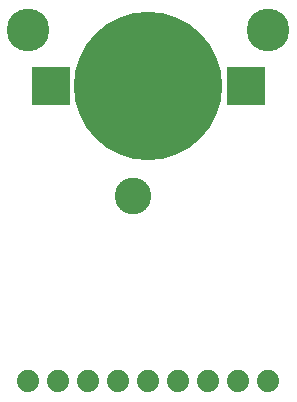
<source format=gbr>
G04 EAGLE Gerber RS-274X export*
G75*
%MOMM*%
%FSLAX34Y34*%
%LPD*%
%INSoldermask Bottom*%
%IPPOS*%
%AMOC8*
5,1,8,0,0,1.08239X$1,22.5*%
G01*
%ADD10C,3.101600*%
%ADD11C,3.617600*%
%ADD12C,6.451600*%
%ADD13R,3.301600X3.301600*%
%ADD14C,12.564231*%
%ADD15C,1.879600*%


D10*
X113920Y177260D03*
D11*
X25400Y317500D03*
X228600Y317500D03*
D12*
X127000Y270510D03*
D13*
X209254Y270510D03*
X44746Y270510D03*
D14*
X127000Y270510D03*
D15*
X228600Y20320D03*
X203200Y20320D03*
X177800Y20320D03*
X152400Y20320D03*
X127000Y20320D03*
X101600Y20320D03*
X76200Y20320D03*
X50800Y20320D03*
X25400Y20320D03*
M02*

</source>
